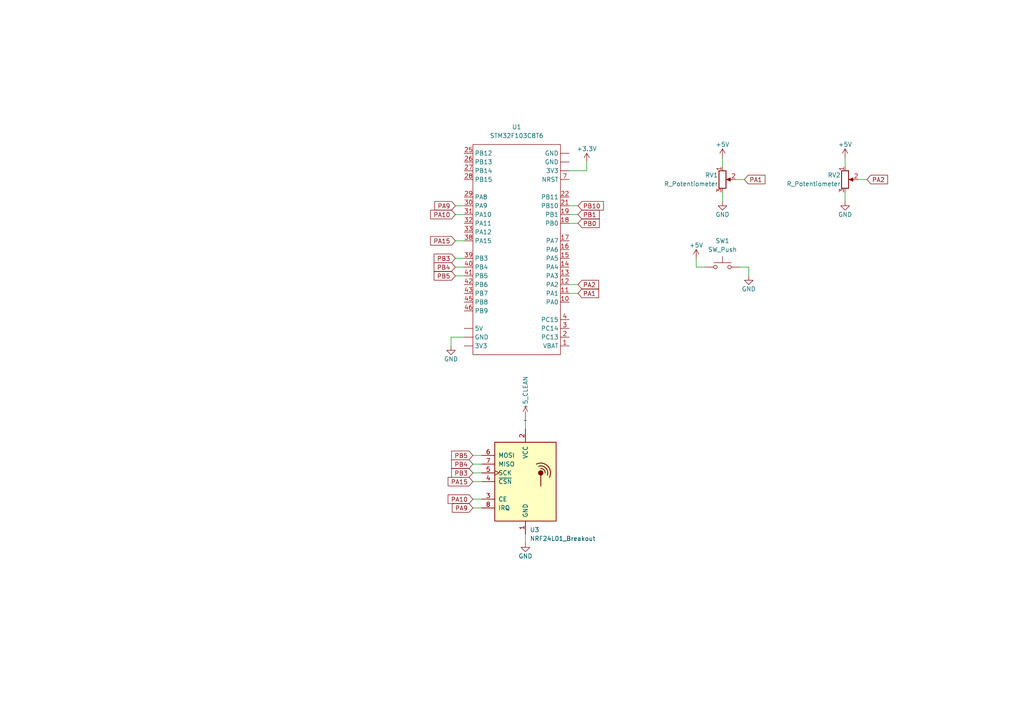
<source format=kicad_sch>
(kicad_sch (version 20230121) (generator eeschema)
  (paper "A4")
  (lib_symbols
    (symbol "Device:R_Potentiometer" (pin_names (offset 1.016) hide)
      (property "Reference" "RV" (at -4.445 0 90))
      (property "Value" "R_Potentiometer" (at -2.54 0 90))
      (symbol "R_Potentiometer_0_1"
        (polyline (pts (xy 2.54 0) (xy 1.524 0)))
        (polyline (pts (xy 1.143 0) (xy 2.286 0.508) (xy 2.286 -0.508) (xy 1.143 0)) (fill (type outline)))
        (rectangle (start 1.016 2.54) (end -1.016 -2.54) (stroke (width 0.254)))
      )
      (symbol "R_Potentiometer_1_1"
        (pin passive line (at 0 3.81 270) (length 1.27) (name "1") (number "1"))
        (pin passive line (at 3.81 0 180) (length 1.27) (name "2") (number "2"))
        (pin passive line (at 0 -3.81 90) (length 1.27) (name "3") (number "3"))
      )
    )
    (symbol "RF:NRF24L01_Breakout" (pin_names (offset 1.016))
      (property "Reference" "U" (at -8.89 12.7 0))
      (property "Value" "NRF24L01_Breakout" (at 3.81 12.7 0))
      (symbol "NRF24L01_Breakout_0_1"
        (rectangle (start -8.89 11.43) (end 8.89 -11.43) (stroke (width 0.254)) (fill (type background)))
        (polyline (pts (xy 4.445 1.905) (xy 4.445 -1.27)) (stroke (width 0.254)))
        (circle (center 4.445 2.54) (radius 0.635) (stroke (width 0.254)) (fill (type outline)))
        (arc (start 5.715 2.54) (mid 5.3521 3.4546) (end 4.445 3.81) (stroke (width 0.254)))
        (arc (start 6.35 1.905) (mid 5.8763 3.9854) (end 3.81 4.445) (stroke (width 0.254)))
        (arc (start 6.985 1.27) (mid 6.453 4.548) (end 3.175 5.08) (stroke (width 0.254)))
      )
      (symbol "NRF24L01_Breakout_1_1"
        (pin power_in line (at 0 -15.24 90) (length 3.81) (name "GND") (number "1"))
        (pin power_in line (at 0 15.24 270) (length 3.81) (name "VCC") (number "2"))
        (pin input line (at -12.7 -5.08 0) (length 3.81) (name "CE") (number "3"))
        (pin input line (at -12.7 0 0) (length 3.81) (name "~{CSN}") (number "4"))
        (pin input clock (at -12.7 2.54 0) (length 3.81) (name "SCK") (number "5"))
        (pin input line (at -12.7 7.62 0) (length 3.81) (name "MOSI") (number "6"))
        (pin output line (at -12.7 5.08 0) (length 3.81) (name "MISO") (number "7"))
        (pin output line (at -12.7 -7.62 0) (length 3.81) (name "IRQ") (number "8"))
      )
    )
    (symbol "STM32F103C8T6:+5V_CLEAN" (power) (in_bom no) (on_board no)
      (symbol "+5V_CLEAN_1_1"
        (pin power_in clock (at 0 0 90) (length 2.54) (name "+5_CLEAN") (number ""))
      )
    )
    (symbol "STM32F103C8T6:STM32F103C8T6_pinout"
      (property "Reference" "U" (at -5.08 64.77 0))
      (property "Value" "STM32F103C8T6" (at 1.27 62.23 0))
      (symbol "STM32F103C8T6_pinout_0_1"
        (rectangle (start -12.7 60.96) (end 12.7 0))
      )
      (symbol "STM32F103C8T6_pinout_1_1"
        (pin power_in line (at -15.24 2.54 0) (length 2.54) (name "3V3") (number ""))
        (pin power_in line (at 15.24 53.34 180) (length 2.54) (name "3V3") (number ""))
        (pin power_in line (at -15.24 7.62 0) (length 2.54) (name "5V") (number ""))
        (pin power_in line (at -15.24 5.08 0) (length 2.54) (name "GND") (number ""))
        (pin power_in line (at 15.24 55.88 180) (length 2.54) (name "GND") (number ""))
        (pin power_in line (at 15.24 58.42 180) (length 2.54) (name "GND") (number ""))
        (pin power_in line (at 15.24 2.54 180) (length 2.54) (name "VBAT") (number "1"))
        (pin bidirectional line (at 15.24 15.24 180) (length 2.54) (name "PA0") (number "10"))
        (pin bidirectional line (at 15.24 17.78 180) (length 2.54) (name "PA1") (number "11"))
        (pin bidirectional line (at 15.24 20.32 180) (length 2.54) (name "PA2") (number "12"))
        (pin bidirectional line (at 15.24 22.86 180) (length 2.54) (name "PA3") (number "13"))
        (pin bidirectional line (at 15.24 25.4 180) (length 2.54) (name "PA4") (number "14"))
        (pin bidirectional line (at 15.24 27.94 180) (length 2.54) (name "PA5") (number "15"))
        (pin bidirectional line (at 15.24 30.48 180) (length 2.54) (name "PA6") (number "16"))
        (pin bidirectional line (at 15.24 33.02 180) (length 2.54) (name "PA7") (number "17"))
        (pin bidirectional line (at 15.24 38.1 180) (length 2.54) (name "PB0") (number "18"))
        (pin bidirectional line (at 15.24 40.64 180) (length 2.54) (name "PB1") (number "19"))
        (pin bidirectional line (at 15.24 5.08 180) (length 2.54) (name "PC13") (number "2"))
        (pin bidirectional line (at 15.24 43.18 180) (length 2.54) (name "PB10") (number "21"))
        (pin bidirectional line (at 15.24 45.72 180) (length 2.54) (name "PB11") (number "22"))
        (pin bidirectional line (at -15.24 58.42 0) (length 2.54) (name "PB12") (number "25"))
        (pin bidirectional line (at -15.24 55.88 0) (length 2.54) (name "PB13") (number "26"))
        (pin bidirectional line (at -15.24 53.34 0) (length 2.54) (name "PB14") (number "27"))
        (pin bidirectional line (at -15.24 50.8 0) (length 2.54) (name "PB15") (number "28"))
        (pin bidirectional line (at -15.24 45.72 0) (length 2.54) (name "PA8") (number "29"))
        (pin bidirectional line (at 15.24 7.62 180) (length 2.54) (name "PC14") (number "3"))
        (pin bidirectional line (at -15.24 43.18 0) (length 2.54) (name "PA9") (number "30"))
        (pin bidirectional line (at -15.24 40.64 0) (length 2.54) (name "PA10") (number "31"))
        (pin bidirectional line (at -15.24 38.1 0) (length 2.54) (name "PA11") (number "32"))
        (pin bidirectional line (at -15.24 35.56 0) (length 2.54) (name "PA12") (number "33"))
        (pin bidirectional line (at -15.24 33.02 0) (length 2.54) (name "PA15") (number "38"))
        (pin bidirectional line (at -15.24 27.94 0) (length 2.54) (name "PB3") (number "39"))
        (pin bidirectional line (at 15.24 10.16 180) (length 2.54) (name "PC15") (number "4"))
        (pin bidirectional line (at -15.24 25.4 0) (length 2.54) (name "PB4") (number "40"))
        (pin bidirectional line (at -15.24 22.86 0) (length 2.54) (name "PB5") (number "41"))
        (pin bidirectional line (at -15.24 20.32 0) (length 2.54) (name "PB6") (number "42"))
        (pin bidirectional line (at -15.24 17.78 0) (length 2.54) (name "PB7") (number "43"))
        (pin bidirectional line (at -15.24 15.24 0) (length 2.54) (name "PB8") (number "45"))
        (pin bidirectional line (at -15.24 12.7 0) (length 2.54) (name "PB9") (number "46"))
        (pin input line (at 15.24 50.8 180) (length 2.54) (name "NRST") (number "7"))
      )
    )
    (symbol "Switch:SW_Push" (pin_numbers hide) (pin_names (offset 1.016) hide)
      (property "Reference" "SW" (at 1.27 2.54 0))
      (property "Value" "SW_Push" (at 0 -1.524 0))
      (symbol "SW_Push_0_1"
        (circle (center -2.032 0) (radius 0.508))
        (polyline (pts (xy 0 1.27) (xy 0 3.048)))
        (polyline (pts (xy 2.54 1.27) (xy -2.54 1.27)))
        (circle (center 2.032 0) (radius 0.508))
        (pin passive line (at -5.08 0 0) (length 2.54) (name "1") (number "1"))
        (pin passive line (at 5.08 0 180) (length 2.54) (name "2") (number "2"))
      )
    )
    (symbol "power:+3.3V" (power) (pin_names (offset 0))
      (property "Value" "+3.3V" (at 0 3.556 0))
      (symbol "+3.3V_0_1"
        (polyline (pts (xy -0.762 1.27) (xy 0 2.54)))
        (polyline (pts (xy 0 0) (xy 0 2.54)))
        (polyline (pts (xy 0 2.54) (xy 0.762 1.27)))
      )
      (symbol "+3.3V_1_1"
        (pin power_in line (at 0 0 90) (length 0) hide (name "+3.3V") (number "1"))
      )
    )
    (symbol "power:+5V" (power) (pin_names (offset 0))
      (property "Value" "+5V" (at 0 3.556 0))
      (symbol "+5V_0_1"
        (polyline (pts (xy -0.762 1.27) (xy 0 2.54)))
        (polyline (pts (xy 0 0) (xy 0 2.54)))
        (polyline (pts (xy 0 2.54) (xy 0.762 1.27)))
      )
      (symbol "+5V_1_1"
        (pin power_in line (at 0 0 90) (length 0) hide (name "+5V") (number "1"))
      )
    )
    (symbol "power:GND" (power) (pin_names (offset 0))
      (property "Value" "GND" (at 0 -3.81 0))
      (symbol "GND_0_1"
        (polyline (pts (xy 0 0) (xy 0 -1.27) (xy 1.27 -1.27) (xy 0 -2.54) (xy -1.27 -1.27) (xy 0 -1.27)))
      )
      (symbol "GND_1_1"
        (pin power_in line (at 0 0 270) (length 0) hide (name "GND") (number "1"))
      )
    )
  )
  (wire (pts (xy 245.11 45.72) (xy 245.11 48.26)))
  (wire (pts (xy 132.08 59.69) (xy 134.62 59.69)))
  (wire (pts (xy 245.11 55.88) (xy 245.11 58.42)))
  (wire (pts (xy 132.08 77.47) (xy 134.62 77.47)))
  (wire (pts (xy 165.1 82.55) (xy 167.64 82.55)))
  (wire (pts (xy 201.93 74.93) (xy 201.93 77.47)))
  (wire (pts (xy 137.16 132.08) (xy 139.7 132.08)))
  (wire (pts (xy 170.18 49.53) (xy 170.18 46.99)))
  (wire (pts (xy 165.1 49.53) (xy 170.18 49.53)))
  (wire (pts (xy 137.16 144.78) (xy 139.7 144.78)))
  (wire (pts (xy 165.1 62.23) (xy 167.64 62.23)))
  (wire (pts (xy 201.93 77.47) (xy 204.47 77.47)))
  (wire (pts (xy 137.16 134.62) (xy 139.7 134.62)))
  (wire (pts (xy 132.08 80.01) (xy 134.62 80.01)))
  (wire (pts (xy 137.16 147.32) (xy 139.7 147.32)))
  (wire (pts (xy 165.1 59.69) (xy 167.64 59.69)))
  (wire (pts (xy 248.92 52.07) (xy 251.46 52.07)))
  (wire (pts (xy 134.62 97.79) (xy 130.81 97.79)))
  (wire (pts (xy 214.63 77.47) (xy 217.17 77.47)))
  (wire (pts (xy 209.55 45.72) (xy 209.55 48.26)))
  (wire (pts (xy 132.08 62.23) (xy 134.62 62.23)))
  (wire (pts (xy 217.17 77.47) (xy 217.17 80.01)))
  (wire (pts (xy 137.16 137.16) (xy 139.7 137.16)))
  (wire (pts (xy 165.1 64.77) (xy 167.64 64.77)))
  (wire (pts (xy 165.1 85.09) (xy 167.64 85.09)))
  (wire (pts (xy 152.4 154.94) (xy 152.4 157.48)))
  (wire (pts (xy 152.4 121.92) (xy 152.4 124.46)))
  (wire (pts (xy 132.08 74.93) (xy 134.62 74.93)))
  (wire (pts (xy 130.81 97.79) (xy 130.81 100.33)))
  (wire (pts (xy 213.36 52.07) (xy 215.9 52.07)))
  (wire (pts (xy 137.16 139.7) (xy 139.7 139.7)))
  (wire (pts (xy 132.08 69.85) (xy 134.62 69.85)))
  (wire (pts (xy 209.55 55.88) (xy 209.55 58.42)))
  (global_label "PB0" (shape input) (at 167.64 64.77 0) (property "Intersheetrefs" "${INTERSHEET_REFS}" (effects hide)))
  (global_label "PB4" (shape input) (at 137.16 134.62 180) (property "Intersheetrefs" "${INTERSHEET_REFS}" (effects hide)))
  (global_label "PA2" (shape input) (at 167.64 82.55 0) (property "Intersheetrefs" "${INTERSHEET_REFS}" (effects hide)))
  (global_label "PB1" (shape input) (at 167.64 62.23 0) (property "Intersheetrefs" "${INTERSHEET_REFS}" (effects hide)))
  (global_label "PB3" (shape input) (at 137.16 137.16 180) (property "Intersheetrefs" "${INTERSHEET_REFS}" (effects hide)))
  (global_label "PA2" (shape input) (at 251.46 52.07 0) (property "Intersheetrefs" "${INTERSHEET_REFS}" (effects hide)))
  (global_label "PB5" (shape input) (at 137.16 132.08 180) (property "Intersheetrefs" "${INTERSHEET_REFS}" (effects hide)))
  (global_label "PA9" (shape input) (at 137.16 147.32 180) (property "Intersheetrefs" "${INTERSHEET_REFS}" (effects hide)))
  (global_label "PB4" (shape input) (at 132.08 77.47 180) (property "Intersheetrefs" "${INTERSHEET_REFS}" (effects hide)))
  (global_label "PA15" (shape input) (at 132.08 69.85 180) (property "Intersheetrefs" "${INTERSHEET_REFS}" (effects hide)))
  (global_label "PB3" (shape input) (at 132.08 74.93 180) (property "Intersheetrefs" "${INTERSHEET_REFS}" (effects hide)))
  (global_label "PA1" (shape input) (at 215.9 52.07 0) (property "Intersheetrefs" "${INTERSHEET_REFS}" (effects hide)))
  (global_label "PA9" (shape input) (at 132.08 59.69 180) (property "Intersheetrefs" "${INTERSHEET_REFS}" (effects hide)))
  (global_label "PA1" (shape input) (at 167.64 85.09 0) (property "Intersheetrefs" "${INTERSHEET_REFS}" (effects hide)))
  (global_label "PB10" (shape input) (at 167.64 59.69 0) (property "Intersheetrefs" "${INTERSHEET_REFS}" (effects hide)))
  (global_label "PA15" (shape input) (at 137.16 139.7 180) (property "Intersheetrefs" "${INTERSHEET_REFS}" (effects hide)))
  (global_label "PA10" (shape input) (at 132.08 62.23 180) (property "Intersheetrefs" "${INTERSHEET_REFS}" (effects hide)))
  (global_label "PA10" (shape input) (at 137.16 144.78 180) (property "Intersheetrefs" "${INTERSHEET_REFS}" (effects hide)))
  (global_label "PB5" (shape input) (at 132.08 80.01 180) (property "Intersheetrefs" "${INTERSHEET_REFS}" (effects hide)))
  (symbol (lib_id "power:GND") (at 245.11 58.42 0) (unit 1)
    (property "Reference" "#PWR08" (effects hide))
    (property "Value" "GND" (at 245.11 62.23 0))
  )
  (symbol (lib_id "power:+5V") (at 201.93 74.93 0) (unit 1)
    (property "Reference" "#PWR09" (effects hide))
    (property "Value" "+5V" (at 201.93 71.12 0))
  )
  (symbol (lib_id "Switch:SW_Push") (at 209.55 77.47 0) (unit 1)
    (property "Reference" "SW1" (at 209.55 69.85 0))
    (property "Value" "SW_Push" (at 209.55 72.39 0))
  )
  (symbol (lib_id "power:GND") (at 152.4 157.48 0) (unit 1)
    (property "Reference" "#PWR04" (effects hide))
    (property "Value" "GND" (at 152.4 161.29 0))
  )
  (symbol (lib_id "STM32F103C8T6:+5V_CLEAN") (at 152.4 121.92 0) (unit 1) (in_bom no) (on_board no)
    (property "Reference" "#PWR03" (effects hide))
    (property "Value" "~" (at 152.4 121.92 0))
  )
  (symbol (lib_id "Device:R_Potentiometer") (at 245.11 52.07 0) (unit 1)
    (property "Reference" "RV2" (at 243.84 50.8 0) (effects (justify right)))
    (property "Value" "R_Potentiometer" (at 243.84 53.34 0) (effects (justify right)))
  )
  (symbol (lib_id "STM32F103C8T6:STM32F103C8T6_pinout") (at 149.86 102.87 0) (unit 1)
    (property "Reference" "U1" (at 149.86 36.83 0))
    (property "Value" "STM32F103C8T6" (at 149.86 39.37 0))
  )
  (symbol (lib_id "power:GND") (at 209.55 58.42 0) (unit 1)
    (property "Reference" "#PWR06" (effects hide))
    (property "Value" "GND" (at 209.55 62.23 0))
  )
  (symbol (lib_id "power:+3.3V") (at 170.18 46.99 0) (unit 1)
    (property "Reference" "#PWR05" (effects hide))
    (property "Value" "+3.3V" (at 170.18 43.18 0))
  )
  (symbol (lib_id "power:GND") (at 130.81 100.33 0) (unit 1)
    (property "Reference" "#PWR01" (effects hide))
    (property "Value" "GND" (at 130.81 104.14 0))
  )
  (symbol (lib_id "power:+5V") (at 245.11 45.72 0) (unit 1)
    (property "Reference" "#PWR07" (effects hide))
    (property "Value" "+5V" (at 245.11 41.91 0))
  )
  (symbol (lib_id "power:GND") (at 217.17 80.01 0) (unit 1)
    (property "Reference" "#PWR010" (effects hide))
    (property "Value" "GND" (at 217.17 83.82 0))
  )
  (symbol (lib_id "RF:NRF24L01_Breakout") (at 152.4 139.7 0) (unit 1)
    (property "Reference" "U3" (at 153.67 153.67 0) (effects (justify left)))
    (property "Value" "NRF24L01_Breakout" (at 153.67 156.21 0) (effects (justify left)))
    (property "Footprint" "RF_Module:nRF24L01_Breakout" (effects hide))
    (property "Datasheet" "http://www.nordicsemi.com/eng/content/download/2730/34105/file/nRF24L01_Product_Specification_v2_0.pdf" (effects hide))
  )
  (symbol (lib_id "power:+5V") (at 209.55 45.72 0) (unit 1)
    (property "Reference" "#PWR02" (effects hide))
    (property "Value" "+5V" (at 209.55 41.91 0))
  )
  (symbol (lib_id "Device:R_Potentiometer") (at 209.55 52.07 0) (unit 1)
    (property "Reference" "RV1" (at 208.28 50.8 0) (effects (justify right)))
    (property "Value" "R_Potentiometer" (at 208.28 53.34 0) (effects (justify right)))
  )
)
</source>
